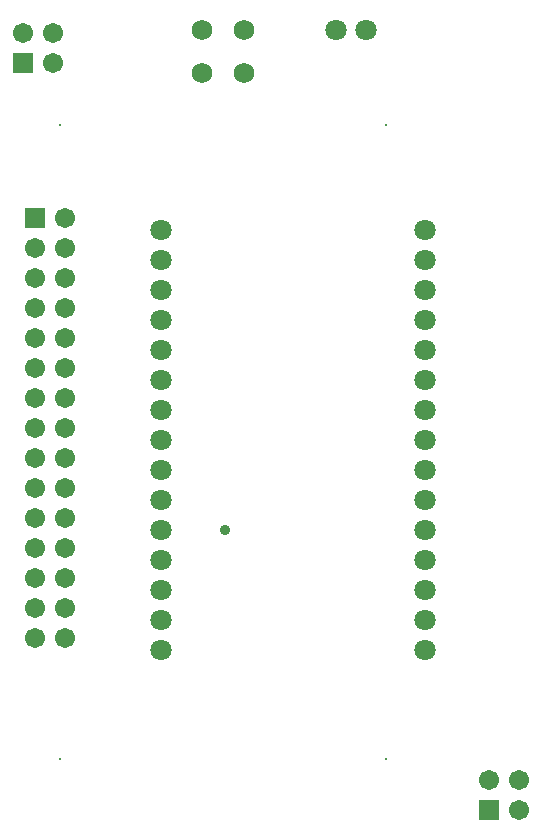
<source format=gbs>
G04*
G04 #@! TF.GenerationSoftware,Altium Limited,CircuitStudio,1.5.1 (13)*
G04*
G04 Layer_Color=8150272*
%FSLAX43Y43*%
%MOMM*%
G71*
G01*
G75*
%ADD26C,0.203*%
%ADD27C,1.703*%
%ADD28R,1.703X1.703*%
%ADD29C,1.803*%
%ADD30R,1.703X1.703*%
%ADD31C,1.727*%
%ADD32C,0.903*%
D26*
X114349Y114403D02*
D03*
X141949D02*
D03*
Y168103D02*
D03*
X114349D02*
D03*
D27*
X153289Y112649D02*
D03*
Y110109D02*
D03*
X150749Y112649D02*
D03*
X113792Y175847D02*
D03*
Y173307D02*
D03*
X111252Y175847D02*
D03*
X114808Y124690D02*
D03*
Y127230D02*
D03*
Y129770D02*
D03*
Y132310D02*
D03*
Y134850D02*
D03*
Y137390D02*
D03*
Y139930D02*
D03*
Y142470D02*
D03*
Y145010D02*
D03*
Y147550D02*
D03*
Y150090D02*
D03*
Y152630D02*
D03*
Y155170D02*
D03*
Y157710D02*
D03*
Y160250D02*
D03*
X112268Y124690D02*
D03*
Y127230D02*
D03*
Y129770D02*
D03*
Y132310D02*
D03*
Y134850D02*
D03*
Y137390D02*
D03*
Y139930D02*
D03*
Y142470D02*
D03*
Y145010D02*
D03*
Y147550D02*
D03*
Y150090D02*
D03*
Y152630D02*
D03*
Y155170D02*
D03*
Y157710D02*
D03*
D28*
X150749Y110109D02*
D03*
X111252Y173307D02*
D03*
D29*
X140335Y176101D02*
D03*
X137795D02*
D03*
X145257Y159234D02*
D03*
Y156694D02*
D03*
Y154154D02*
D03*
Y151614D02*
D03*
Y149074D02*
D03*
Y146534D02*
D03*
Y143994D02*
D03*
Y141454D02*
D03*
Y138914D02*
D03*
Y136374D02*
D03*
Y133834D02*
D03*
Y131294D02*
D03*
Y128754D02*
D03*
Y126214D02*
D03*
Y123674D02*
D03*
X122967Y159234D02*
D03*
Y156694D02*
D03*
Y154154D02*
D03*
Y151614D02*
D03*
Y149074D02*
D03*
Y146534D02*
D03*
Y143994D02*
D03*
Y141454D02*
D03*
Y138914D02*
D03*
Y136374D02*
D03*
Y133834D02*
D03*
Y131294D02*
D03*
Y128754D02*
D03*
Y126214D02*
D03*
Y123674D02*
D03*
D30*
X112268Y160250D02*
D03*
D31*
X130000Y172523D02*
D03*
X126400D02*
D03*
Y176123D02*
D03*
X130000D02*
D03*
D32*
X128373Y133834D02*
D03*
M02*

</source>
